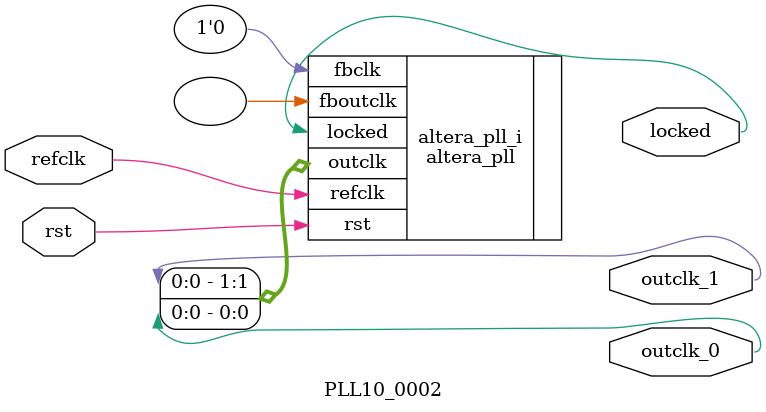
<source format=v>
`timescale 1ns/10ps
module  PLL10_0002(

	// interface 'refclk'
	input wire refclk,

	// interface 'reset'
	input wire rst,

	// interface 'outclk0'
	output wire outclk_0,

	// interface 'outclk1'
	output wire outclk_1,

	// interface 'locked'
	output wire locked
);

	altera_pll #(
		.fractional_vco_multiplier("false"),
		.reference_clock_frequency("50.0 MHz"),
		.operation_mode("direct"),
		.number_of_clocks(2),
		.output_clock_frequency0("25.000000 MHz"),
		.phase_shift0("0 ps"),
		.duty_cycle0(50),
		.output_clock_frequency1("100.000000 MHz"),
		.phase_shift1("0 ps"),
		.duty_cycle1(50),
		.output_clock_frequency2("0 MHz"),
		.phase_shift2("0 ps"),
		.duty_cycle2(50),
		.output_clock_frequency3("0 MHz"),
		.phase_shift3("0 ps"),
		.duty_cycle3(50),
		.output_clock_frequency4("0 MHz"),
		.phase_shift4("0 ps"),
		.duty_cycle4(50),
		.output_clock_frequency5("0 MHz"),
		.phase_shift5("0 ps"),
		.duty_cycle5(50),
		.output_clock_frequency6("0 MHz"),
		.phase_shift6("0 ps"),
		.duty_cycle6(50),
		.output_clock_frequency7("0 MHz"),
		.phase_shift7("0 ps"),
		.duty_cycle7(50),
		.output_clock_frequency8("0 MHz"),
		.phase_shift8("0 ps"),
		.duty_cycle8(50),
		.output_clock_frequency9("0 MHz"),
		.phase_shift9("0 ps"),
		.duty_cycle9(50),
		.output_clock_frequency10("0 MHz"),
		.phase_shift10("0 ps"),
		.duty_cycle10(50),
		.output_clock_frequency11("0 MHz"),
		.phase_shift11("0 ps"),
		.duty_cycle11(50),
		.output_clock_frequency12("0 MHz"),
		.phase_shift12("0 ps"),
		.duty_cycle12(50),
		.output_clock_frequency13("0 MHz"),
		.phase_shift13("0 ps"),
		.duty_cycle13(50),
		.output_clock_frequency14("0 MHz"),
		.phase_shift14("0 ps"),
		.duty_cycle14(50),
		.output_clock_frequency15("0 MHz"),
		.phase_shift15("0 ps"),
		.duty_cycle15(50),
		.output_clock_frequency16("0 MHz"),
		.phase_shift16("0 ps"),
		.duty_cycle16(50),
		.output_clock_frequency17("0 MHz"),
		.phase_shift17("0 ps"),
		.duty_cycle17(50),
		.pll_type("General"),
		.pll_subtype("General")
	) altera_pll_i (
		.rst	(rst),
		.outclk	({outclk_1, outclk_0}),
		.locked	(locked),
		.fboutclk	( ),
		.fbclk	(1'b0),
		.refclk	(refclk)
	);
endmodule


</source>
